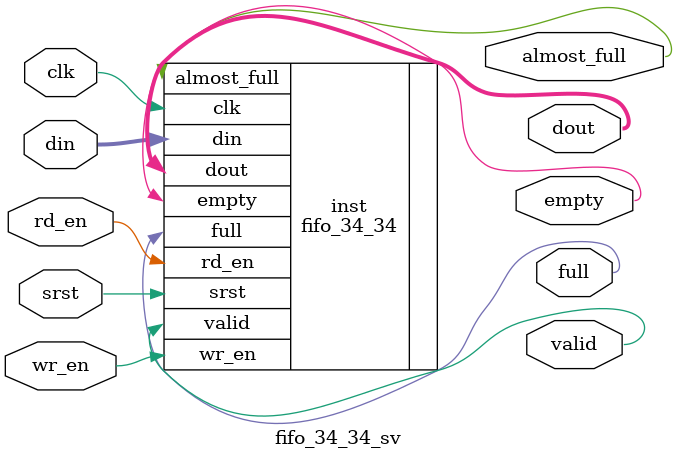
<source format=sv>


`timescale 1ps / 1ps

`include "vivado_interfaces.svh"

module fifo_34_34_sv (
  (* X_INTERFACE_IGNORE = "true" *)
  input wire clk,
  (* X_INTERFACE_IGNORE = "true" *)
  input wire srst,
  (* X_INTERFACE_IGNORE = "true" *)
  input wire [33:0] din,
  (* X_INTERFACE_IGNORE = "true" *)
  input wire wr_en,
  (* X_INTERFACE_IGNORE = "true" *)
  input wire rd_en,
  (* X_INTERFACE_IGNORE = "true" *)
  output wire [33:0] dout,
  (* X_INTERFACE_IGNORE = "true" *)
  output wire full,
  (* X_INTERFACE_IGNORE = "true" *)
  output wire almost_full,
  (* X_INTERFACE_IGNORE = "true" *)
  output wire empty,
  (* X_INTERFACE_IGNORE = "true" *)
  output wire valid
);

  fifo_34_34 inst (
    .clk(clk),
    .srst(srst),
    .din(din),
    .wr_en(wr_en),
    .rd_en(rd_en),
    .dout(dout),
    .full(full),
    .almost_full(almost_full),
    .empty(empty),
    .valid(valid)
  );

endmodule

</source>
